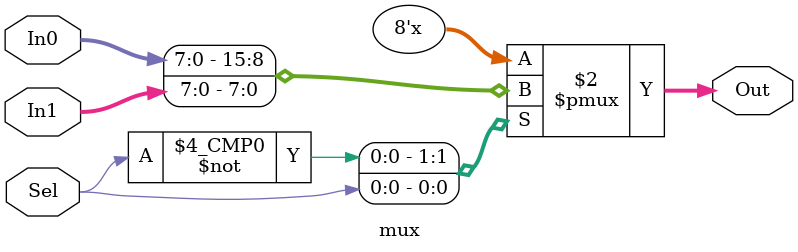
<source format=v>
/*
    CO 224 : Lab 05 Part3
    mux module
    E/16/069
*/
module mux(Out, In0, In1, Sel);

    // Port Declaration
    input [7:0] In0, In1;
    input Sel;
    output reg [7:0] Out;

    always @(Sel or In0 or In1)
    begin
        case(Sel)
            1'b0 : Out <= In0;
            1'b1 : Out <= In1;
        endcase
    end

endmodule

</source>
